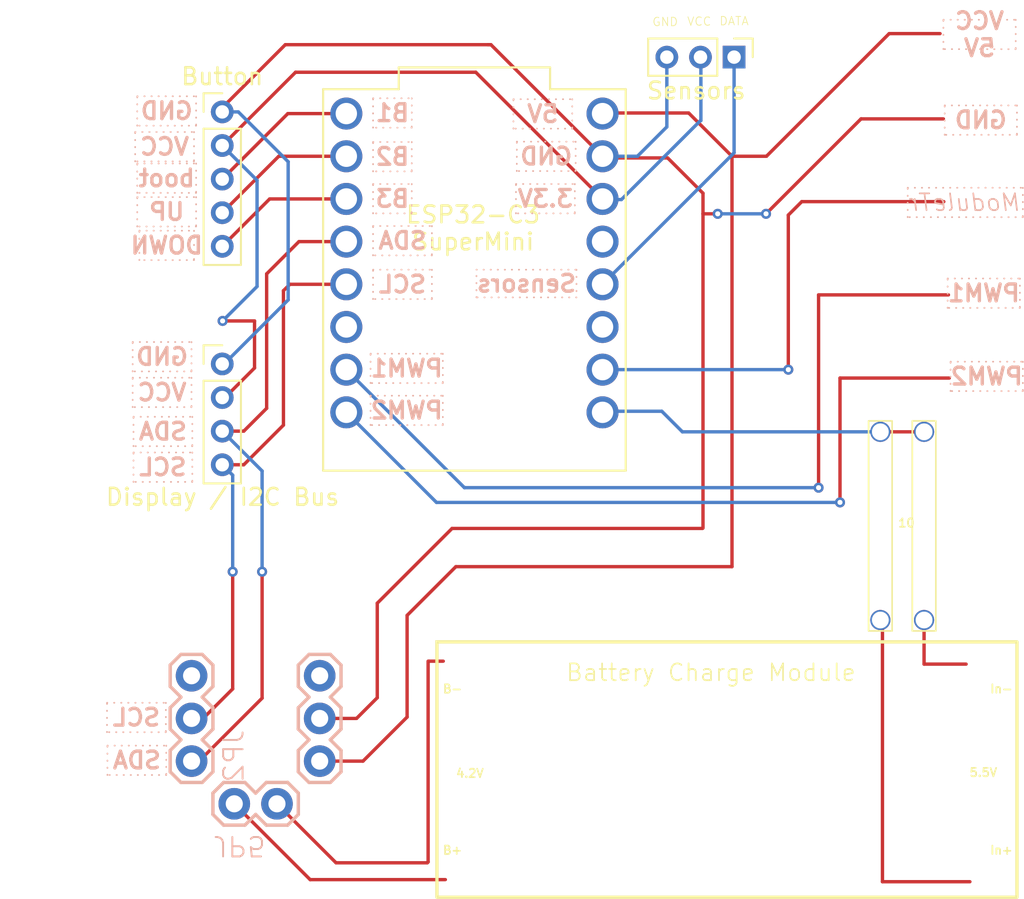
<source format=kicad_pcb>
(kicad_pcb (version 20241229) (generator "pcbnew") (generator_version "9.0")
  (layers (0 "F.Cu" signal) (2 "B.Cu" signal) (13 "F.Paste" user) (15 "B.Paste" user) (5 "F.SilkS" user "F.Silkscreen") (7 "B.SilkS" user "B.Silkscreen") (1 "F.Mask" user) (3 "B.Mask" user) (25 "Edge.Cuts" user))
  (net 0 "")
  (net 1 "QST")
  (net 2 "VCC")
  (net 3 "ALT")
  (net 4 "SDA")
  (net 5 "GND")
  (net 6 "SCL")
  (footprint "Connector_PinHeader_2.00mm:PinHeader_1x03_P2.00mm_Vertical" (layer "F.Cu") (at 37.525 3.9 -90)
    (property "Reference" "Sensors" (at 2 2.25 0) (layer "F.SilkS"))
    (property "Value" "PinHeader_1x03_P2.00mm_Vertical" (hide yes))
    (fp_line (start -1.11 5.11) (end 1.11 5.11) (stroke (width 0.12)) (layer "F.SilkS"))
    (fp_line (start -1.11 1) (end -1.11 5.11) (stroke (width 0.12)) (layer "F.SilkS"))
    (fp_line (start -1.11 1) (end 1.11 1) (stroke (width 0.12)) (layer "F.SilkS"))
    (fp_line (start 1.11 1) (end 1.11 5.11) (stroke (width 0.12)) (layer "F.SilkS"))
    (fp_line (start -1.11 0) (end -1.11 -1.11) (stroke (width 0.12)) (layer "F.SilkS"))
    (fp_line (start -1.11 -1.11) (end 0 -1.11) (stroke (width 0.12)) (layer "F.SilkS"))
    (pad "1" thru_hole rect (at 0 0 270) (size 1.35 1.35) (drill 0.8) (layers "*.Cu" "*.Mask"))
    (pad "2" thru_hole circle (at 0 2 270) (size 1.35 1.35) (drill 0.8) (layers "*.Cu" "*.Mask"))
    (pad "3" thru_hole circle (at 0 4 270) (size 1.35 1.35) (drill 0.8) (layers "*.Cu" "*.Mask"))
  )
  (footprint "Connector_PinHeader_2.00mm:PinHeader_1x05_P2.00mm_Vertical" (layer "F.Cu") (at 7.08 7.16)
    (property "Reference" "Button" (at 0 -2.11 0) (layer "F.SilkS"))
    (property "Value" "PinHeader_1x05_P2.00mm_Vertical")
    (fp_line (start -1.11 -1.11) (end 0 -1.11) (stroke (width 0.12)) (layer "F.SilkS"))
    (fp_line (start -1.11 0) (end -1.11 -1.11) (stroke (width 0.12)) (layer "F.SilkS"))
    (fp_line (start -1.11 1) (end -1.11 9.11) (stroke (width 0.12)) (layer "F.SilkS"))
    (fp_line (start -1.11 1) (end 1.11 1) (stroke (width 0.12)) (layer "F.SilkS"))
    (fp_line (start -1.11 9.11) (end 1.11 9.11) (stroke (width 0.12)) (layer "F.SilkS"))
    (fp_line (start 1.11 1) (end 1.11 9.11) (stroke (width 0.12)) (layer "F.SilkS"))
    (pad "1" thru_hole circle (at 0 0) (size 1.35 1.35) (drill 0.8) (layers "*.Cu" "*.Mask"))
    (pad "2" thru_hole circle (at 0 2) (size 1.35 1.35) (drill 0.8) (layers "*.Cu" "*.Mask"))
    (pad "3" thru_hole circle (at 0 4) (size 1.35 1.35) (drill 0.8) (layers "*.Cu" "*.Mask"))
    (pad "4" thru_hole circle (at 0 6) (size 1.35 1.35) (drill 0.8) (layers "*.Cu" "*.Mask"))
    (pad "5" thru_hole circle (at 0 8) (size 1.35 1.35) (drill 0.8) (layers "*.Cu" "*.Mask"))
  )
  (footprint "RF_Module:MODULE_ESP32-C3_SUPERMINI" (layer "F.Cu") (at 22.08 17.16)
    (property "Reference" "ESP32-C3\nSuperMini" (at -0.08 -3.08 0) (layer "F.SilkS"))
    (property "Value" "MODULE_ESP32-C3_SUPERMINI")
    (fp_line (start -9 11.35) (end -9 -11.35) (stroke (width 0.127)) (layer "F.SilkS"))
    (fp_line (start -4.5 -12.65) (end -4.5 -11.35) (stroke (width 0.127)) (layer "F.SilkS"))
    (fp_line (start -4.5 -11.35) (end -9 -11.35) (stroke (width 0.127)) (layer "F.SilkS"))
    (fp_line (start 4.5 -12.65) (end -4.5 -12.65) (stroke (width 0.127)) (layer "F.SilkS"))
    (fp_line (start 4.5 -12.65) (end 4.5 -11.35) (stroke (width 0.127)) (layer "F.SilkS"))
    (fp_line (start 9 -11.35) (end 4.5 -11.35) (stroke (width 0.127)) (layer "F.SilkS"))
    (fp_line (start 9 11.35) (end -9 11.35) (stroke (width 0.127)) (layer "F.SilkS"))
    (fp_line (start 9 11.35) (end 9 -11.35) (stroke (width 0.127)) (layer "F.SilkS"))
    (pad "0" thru_hole circle (at 7.62 7.88) (size 1.905 1.905) (drill 1.27) (layers "*.Cu" "*.Mask"))
    (pad "1" thru_hole circle (at 7.62 5.34) (size 1.905 1.905) (drill 1.27) (layers "*.Cu" "*.Mask"))
    (pad "2" thru_hole circle (at 7.62 2.8) (size 1.905 1.905) (drill 1.27) (layers "*.Cu" "*.Mask"))
    (pad "3" thru_hole circle (at 7.62 0.26) (size 1.905 1.905) (drill 1.27) (layers "*.Cu" "*.Mask"))
    (pad "3.3" thru_hole circle (at 7.62 -4.82) (size 1.905 1.905) (drill 1.27) (layers "*.Cu" "*.Mask"))
    (pad "4" thru_hole circle (at 7.62 -2.28) (size 1.905 1.905) (drill 1.27) (layers "*.Cu" "*.Mask"))
    (pad "5" thru_hole circle (at -7.62 -9.9) (size 1.905 1.905) (drill 1.27) (layers "*.Cu" "*.Mask"))
    (pad "5V" thru_hole circle (at 7.62 -9.9) (size 1.905 1.905) (drill 1.27) (layers "*.Cu" "*.Mask"))
    (pad "6" thru_hole circle (at -7.62 -7.36) (size 1.905 1.905) (drill 1.27) (layers "*.Cu" "*.Mask"))
    (pad "7" thru_hole circle (at -7.62 -4.82) (size 1.905 1.905) (drill 1.27) (layers "*.Cu" "*.Mask"))
    (pad "8" thru_hole circle (at -7.62 -2.28) (size 1.905 1.905) (drill 1.27) (layers "*.Cu" "*.Mask"))
    (pad "9" thru_hole circle (at -7.62 0.26) (size 1.905 1.905) (drill 1.27) (layers "*.Cu" "*.Mask"))
    (pad "10" thru_hole circle (at -7.62 2.8) (size 1.905 1.905) (drill 1.27) (layers "*.Cu" "*.Mask"))
    (pad "20" thru_hole circle (at -7.62 5.34) (size 1.905 1.905) (drill 1.27) (layers "*.Cu" "*.Mask"))
    (pad "21" thru_hole circle (at -7.62 7.88) (size 1.905 1.905) (drill 1.27) (layers "*.Cu" "*.Mask"))
    (pad "G" thru_hole circle (at 7.62 -7.36) (size 1.905 1.905) (drill 1.27) (layers "*.Cu" "*.Mask"))
  )
  (footprint "Connector_PinHeader_2.00mm:PinHeader_1x04_P2.00mm_Vertical" (layer "F.Cu") (at 7.08 22.16)
    (property "Reference" "Display / I2C Bus" (at 0.02 7.92 0) (layer "F.SilkS"))
    (property "Value" "PinHeader_1x04_P2.00mm_Vertical")
    (fp_line (start -1.11 -1.11) (end 0 -1.11) (stroke (width 0.12)) (layer "F.SilkS"))
    (fp_line (start -1.11 0) (end -1.11 -1.11) (stroke (width 0.12)) (layer "F.SilkS"))
    (fp_line (start -1.11 1) (end -1.11 7.11) (stroke (width 0.12)) (layer "F.SilkS"))
    (fp_line (start -1.11 1) (end 1.11 1) (stroke (width 0.12)) (layer "F.SilkS"))
    (fp_line (start -1.11 7.11) (end 1.11 7.11) (stroke (width 0.12)) (layer "F.SilkS"))
    (fp_line (start 1.11 1) (end 1.11 7.11) (stroke (width 0.12)) (layer "F.SilkS"))
    (pad "1" thru_hole circle (at 0 0) (size 1.35 1.35) (drill 0.8) (layers "*.Cu" "*.Mask"))
    (pad "2" thru_hole circle (at 0 2) (size 1.35 1.35) (drill 0.8) (layers "*.Cu" "*.Mask"))
    (pad "3" thru_hole circle (at 0 4) (size 1.35 1.35) (drill 0.8) (layers "*.Cu" "*.Mask"))
    (pad "4" thru_hole circle (at 0 6) (size 1.35 1.35) (drill 0.8) (layers "*.Cu" "*.Mask"))
  )
  (footprint "1X03" (layer "B.Cu") (at 5.255 45.797673 90)
    (property "Reference" "JP2" (at -1.3462 1.8288 90) (layer "B.SilkS") (effects (font (size 1.1557 1.1557) (thickness 0.1143)) (justify right top mirror)))
    (property "Value" "" (hide yes))
    (fp_line (start 5.715 -1.27) (end 4.445 -1.27) (stroke (width 0.2032)) (layer "B.SilkS"))
    (fp_line (start 4.445 -1.27) (end 3.81 -0.635) (stroke (width 0.2032)) (layer "B.SilkS"))
    (fp_line (start 3.175 -1.27) (end 1.905 -1.27) (stroke (width 0.2032)) (layer "B.SilkS"))
    (fp_line (start 1.905 -1.27) (end 1.27 -0.635) (stroke (width 0.2032)) (layer "B.SilkS"))
    (fp_line (start 0.635 -1.27) (end -0.635 -1.27) (stroke (width 0.2032)) (layer "B.SilkS"))
    (fp_line (start 6.35 -0.635) (end 5.715 -1.27) (stroke (width 0.2032)) (layer "B.SilkS"))
    (fp_line (start 3.81 -0.635) (end 3.175 -1.27) (stroke (width 0.2032)) (layer "B.SilkS"))
    (fp_line (start 1.27 -0.635) (end 0.635 -1.27) (stroke (width 0.2032)) (layer "B.SilkS"))
    (fp_line (start -1.27 -0.635) (end -0.635 -1.27) (stroke (width 0.2032)) (layer "B.SilkS"))
    (fp_line (start 6.35 0.635) (end 6.35 -0.635) (stroke (width 0.2032)) (layer "B.SilkS"))
    (fp_line (start 3.81 0.635) (end 4.445 1.27) (stroke (width 0.2032)) (layer "B.SilkS"))
    (fp_line (start 1.27 0.635) (end 1.905 1.27) (stroke (width 0.2032)) (layer "B.SilkS"))
    (fp_line (start -1.27 0.635) (end -1.27 -0.635) (stroke (width 0.2032)) (layer "B.SilkS"))
    (fp_line (start 5.715 1.27) (end 6.35 0.635) (stroke (width 0.2032)) (layer "B.SilkS"))
    (fp_line (start 4.445 1.27) (end 5.715 1.27) (stroke (width 0.2032)) (layer "B.SilkS"))
    (fp_line (start 3.175 1.27) (end 3.81 0.635) (stroke (width 0.2032)) (layer "B.SilkS"))
    (fp_line (start 1.905 1.27) (end 3.175 1.27) (stroke (width 0.2032)) (layer "B.SilkS"))
    (fp_line (start 0.635 1.27) (end 1.27 0.635) (stroke (width 0.2032)) (layer "B.SilkS"))
    (fp_line (start -0.635 1.27) (end -1.27 0.635) (stroke (width 0.2032)) (layer "B.SilkS"))
    (fp_line (start -0.635 1.27) (end 0.635 1.27) (stroke (width 0.2032)) (layer "B.SilkS"))
    (pad "1" thru_hole circle (at 0 0) (size 1.8796 1.8796) (drill 1.016) (layers "*.Cu" "*.Mask") (net 4 "SDA"))
    (pad "2" thru_hole circle (at 2.54 0) (size 1.8796 1.8796) (drill 1.016) (layers "*.Cu" "*.Mask") (net 6 "SCL"))
    (pad "3" thru_hole circle (at 5.08 0) (size 1.8796 1.8796) (drill 1.016) (layers "*.Cu" "*.Mask") (net 1 "QST"))
  )
  (footprint "1X03" (layer "B.Cu") (at 12.875 45.797673 90)
    (property "Reference" "JP4" (hide yes))
    (property "Value" "")
    (fp_line (start 5.715 -1.27) (end 4.445 -1.27) (stroke (width 0.2032)) (layer "B.SilkS"))
    (fp_line (start 4.445 -1.27) (end 3.81 -0.635) (stroke (width 0.2032)) (layer "B.SilkS"))
    (fp_line (start 3.175 -1.27) (end 1.905 -1.27) (stroke (width 0.2032)) (layer "B.SilkS"))
    (fp_line (start 1.905 -1.27) (end 1.27 -0.635) (stroke (width 0.2032)) (layer "B.SilkS"))
    (fp_line (start 0.635 -1.27) (end -0.635 -1.27) (stroke (width 0.2032)) (layer "B.SilkS"))
    (fp_line (start 6.35 -0.635) (end 5.715 -1.27) (stroke (width 0.2032)) (layer "B.SilkS"))
    (fp_line (start 3.81 -0.635) (end 3.175 -1.27) (stroke (width 0.2032)) (layer "B.SilkS"))
    (fp_line (start 1.27 -0.635) (end 0.635 -1.27) (stroke (width 0.2032)) (layer "B.SilkS"))
    (fp_line (start -1.27 -0.635) (end -0.635 -1.27) (stroke (width 0.2032)) (layer "B.SilkS"))
    (fp_line (start 6.35 0.635) (end 6.35 -0.635) (stroke (width 0.2032)) (layer "B.SilkS"))
    (fp_line (start 3.81 0.635) (end 4.445 1.27) (stroke (width 0.2032)) (layer "B.SilkS"))
    (fp_line (start 1.27 0.635) (end 1.905 1.27) (stroke (width 0.2032)) (layer "B.SilkS"))
    (fp_line (start -1.27 0.635) (end -1.27 -0.635) (stroke (width 0.2032)) (layer "B.SilkS"))
    (fp_line (start 5.715 1.27) (end 6.35 0.635) (stroke (width 0.2032)) (layer "B.SilkS"))
    (fp_line (start 4.445 1.27) (end 5.715 1.27) (stroke (width 0.2032)) (layer "B.SilkS"))
    (fp_line (start 3.175 1.27) (end 3.81 0.635) (stroke (width 0.2032)) (layer "B.SilkS"))
    (fp_line (start 1.905 1.27) (end 3.175 1.27) (stroke (width 0.2032)) (layer "B.SilkS"))
    (fp_line (start 0.635 1.27) (end 1.27 0.635) (stroke (width 0.2032)) (layer "B.SilkS"))
    (fp_line (start -0.635 1.27) (end -1.27 0.635) (stroke (width 0.2032)) (layer "B.SilkS"))
    (fp_line (start -0.635 1.27) (end 0.635 1.27) (stroke (width 0.2032)) (layer "B.SilkS"))
    (pad "1" thru_hole circle (at 0 0) (size 1.8796 1.8796) (drill 1.016) (layers "*.Cu" "*.Mask") (net 2 "VCC"))
    (pad "2" thru_hole circle (at 2.54 0) (size 1.8796 1.8796) (drill 1.016) (layers "*.Cu" "*.Mask") (net 5 "GND"))
    (pad "3" thru_hole circle (at 5.08 0) (size 1.8796 1.8796) (drill 1.016) (layers "*.Cu" "*.Mask") (net 3 "ALT"))
  )
  (footprint "1X02" (layer "B.Cu") (at 7.795 48.337673)
    (property "Reference" "JP5" (at -1.3462 1.8288 180) (layer "B.SilkS") (effects (font (size 1.1557 1.1557) (thickness 0.1143)) (justify left bottom mirror)))
    (property "Value" "")
    (fp_line (start -1.27 -0.635) (end -0.635 -1.27) (stroke (width 0.2032)) (layer "B.SilkS"))
    (fp_line (start -1.27 0.635) (end -1.27 -0.635) (stroke (width 0.2032)) (layer "B.SilkS"))
    (fp_line (start -0.635 1.27) (end -1.27 0.635) (stroke (width 0.2032)) (layer "B.SilkS"))
    (fp_line (start -0.635 1.27) (end 0.635 1.27) (stroke (width 0.2032)) (layer "B.SilkS"))
    (fp_line (start 0.635 -1.27) (end -0.635 -1.27) (stroke (width 0.2032)) (layer "B.SilkS"))
    (fp_line (start 0.635 1.27) (end 1.27 0.635) (stroke (width 0.2032)) (layer "B.SilkS"))
    (fp_line (start 1.27 -0.635) (end 0.635 -1.27) (stroke (width 0.2032)) (layer "B.SilkS"))
    (fp_line (start 1.27 0.635) (end 1.905 1.27) (stroke (width 0.2032)) (layer "B.SilkS"))
    (fp_line (start 1.905 -1.27) (end 1.27 -0.635) (stroke (width 0.2032)) (layer "B.SilkS"))
    (fp_line (start 1.905 1.27) (end 3.175 1.27) (stroke (width 0.2032)) (layer "B.SilkS"))
    (fp_line (start 3.175 -1.27) (end 1.905 -1.27) (stroke (width 0.2032)) (layer "B.SilkS"))
    (fp_line (start 3.175 1.27) (end 3.81 0.635) (stroke (width 0.2032)) (layer "B.SilkS"))
    (fp_line (start 3.81 -0.635) (end 3.175 -1.27) (stroke (width 0.2032)) (layer "B.SilkS"))
    (fp_line (start 3.81 0.635) (end 3.81 -0.635) (stroke (width 0.2032)) (layer "B.SilkS"))
    (pad "1" thru_hole circle (at 0 0 270) (size 1.8796 1.8796) (drill 1.016) (layers "*.Cu" "*.Mask") (net 2 "VCC"))
    (pad "2" thru_hole circle (at 2.54 0 270) (size 1.8796 1.8796) (drill 1.016) (layers "*.Cu" "*.Mask") (net 5 "GND"))
  )
  (gr_rect (start 19.85 38.7) (end 54.35 53.9) (stroke (width 0.2)) (fill no) (layer "F.SilkS"))
  (gr_rect (start 45.525 25.55) (end 46.925 38.05) (stroke (width 0.1)) (fill no) (layer "F.SilkS"))
  (gr_rect (start 48.125 25.55) (end 49.525 38.05) (stroke (width 0.1)) (fill no) (layer "F.SilkS"))
  (gr_text "10" (at 47.775 31.625 0) (layer "F.SilkS") (effects (font (size 0.5 0.5) (thickness 0.1))))
  (gr_text "VCC" (at 35.45 1.775 0) (layer "F.SilkS") (effects (font (size 0.5 0.5) (thickness 0.05))))
  (gr_text "DATA" (at 37.525 1.75 0) (layer "F.SilkS") (effects (font (size 0.5 0.5) (thickness 0.05))))
  (gr_text "GND" (at 33.425 1.8 0) (layer "F.SilkS") (effects (font (size 0.5 0.5) (thickness 0.05))))
  (gr_text "Battery Charge Module" (at 36.15 40.525 0) (layer "F.SilkS") (effects (font (size 1 1) (thickness 0.1))))
  (gr_text_box "B-" (start 19.95 41.05) (end 21.6 41.95) (margins 1.0025 1.0025 1.0025 1.0025) (layer "F.SilkS") (effects (font (size 0.5 0.5) (thickness 0.1) (bold yes))) (border yes))
  (gr_text_box "In+" (start 52.6 50.65) (end 54.25 51.55) (margins 1.0025 1.0025 1.0025 1.0025) (layer "F.SilkS") (effects (font (size 0.5 0.5) (thickness 0.1) (bold yes))) (border yes))
  (gr_text_box "4.2V" (start 20 45.05) (end 23.625 48) (margins 1.0025 1.0025 1.0025 1.0025) (layer "F.SilkS") (effects (font (size 0.5 0.5) (thickness 0.1) (bold yes))) (border yes))
  (gr_text_box "5.5V" (start 50.5375 45) (end 54.1625 47.95) (margins 1.0025 1.0025 1.0025 1.0025) (layer "F.SilkS") (effects (font (size 0.5 0.5) (thickness 0.1) (bold yes))) (border yes))
  (gr_text_box "B+" (start 19.95 50.65) (end 21.6 51.55) (margins 1.0025 1.0025 1.0025 1.0025) (layer "F.SilkS") (effects (font (size 0.5 0.5) (thickness 0.1) (bold yes))) (border yes))
  (gr_text_box "In-" (start 52.6 41.05) (end 54.25 41.95) (margins 1.0025 1.0025 1.0025 1.0025) (layer "F.SilkS") (effects (font (size 0.5 0.5) (thickness 0.1) (bold yes))) (border yes))
  (gr_text_box "GND\n" (start 2.025 6.23) (end 5.525 7.98) (margins 1.0025 1.0025 1.0025 1.0025) (layer "B.SilkS") (effects (font (size 1 1) (thickness 0.2) (bold yes)) (justify mirror)) (border yes) (stroke (width 0.1) (type dot)))
  (gr_text_box "boot" (start 2.025 10.23) (end 5.525 11.98) (margins 1.0025 1.0025 1.0025 1.0025) (layer "B.SilkS") (effects (font (size 1 1) (thickness 0.2) (bold yes)) (justify mirror)) (border yes) (stroke (width 0.1) (type dot)))
  (gr_text_box "VCC" (start 1.75 22.98) (end 5.25 24.73) (margins 1.0025 1.0025 1.0025 1.0025) (layer "B.SilkS") (effects (font (size 1 1) (thickness 0.2) (bold yes)) (justify mirror)) (border yes) (stroke (width 0.1) (type dot)))
  (gr_text_box "Sensors" (start 22.2 16.55) (end 28.15 18.2) (margins 1.0025 1.0025 1.0025 1.0025) (layer "B.SilkS") (effects (font (size 1 1) (thickness 0.2) (bold yes)) (justify mirror)) (border yes) (stroke (width 0.1) (type dot)))
  (gr_text_box "SDA\n" (start 0.25 44.875) (end 3.75 46.625) (margins 1.0025 1.0025 1.0025 1.0025) (layer "B.SilkS") (effects (font (size 1 1) (thickness 0.2) (bold yes)) (justify mirror)) (border yes) (stroke (width 0.1) (type dot)))
  (gr_text_box "SCL" (start 1.8 27.43) (end 5.3 29.18) (margins 1.0025 1.0025 1.0025 1.0025) (layer "B.SilkS") (effects (font (size 1 1) (thickness 0.2) (bold yes)) (justify mirror)) (border yes) (stroke (width 0.1) (type dot)))
  (gr_text_box "UP" (start 2.025 12.23) (end 5.525 13.98) (margins 1.0025 1.0025 1.0025 1.0025) (layer "B.SilkS") (effects (font (size 1 1) (thickness 0.2) (bold yes)) (justify mirror)) (border yes) (stroke (width 0.1) (type dot)))
  (gr_text_box "VCC 5V\n" (start 49.975 1.675) (end 54.275 3.425) (margins 1.0025 1.0025 1.0025 1.0025) (layer "B.SilkS") (effects (font (size 1 1) (thickness 0.2) (bold yes)) (justify mirror)) (border yes) (stroke (width 0.1) (type dot)))
  (gr_text_box "SDA" (start 16.05 13.95) (end 19.55 15.7) (margins 1.0025 1.0025 1.0025 1.0025) (layer "B.SilkS") (effects (font (size 1 1) (thickness 0.2) (bold yes)) (justify mirror)) (border yes) (stroke (width 0.1) (type dot)))
  (gr_text_box "5V" (start 24.4 6.405) (end 27.9 8.155) (margins 1.0025 1.0025 1.0025 1.0025) (layer "B.SilkS") (effects (font (size 1 1) (thickness 0.2) (bold yes)) (justify mirror)) (border yes) (stroke (width 0.1) (type dot)))
  (gr_text_box "PWM1\n" (start 15.9 21.55) (end 20.2 23.3) (margins 1.0025 1.0025 1.0025 1.0025) (layer "B.SilkS") (effects (font (size 1 1) (thickness 0.2) (bold yes)) (justify mirror)) (border yes) (stroke (width 0.1) (type dot)))
  (gr_text_box "PWM2\n" (start 50.4 22.025) (end 54.7 23.775) (margins 1.0025 1.0025 1.0025 1.0025) (layer "B.SilkS") (effects (font (size 1 1) (thickness 0.2) (bold yes)) (justify mirror)) (border yes) (stroke (width 0.1) (type dot)))
  (gr_text_box "PWM1\n" (start 50.225 17.075) (end 54.525 18.825) (margins 1.0025 1.0025 1.0025 1.0025) (layer "B.SilkS") (effects (font (size 1 1) (thickness 0.2) (bold yes)) (justify mirror)) (border yes) (stroke (width 0.1) (type dot)))
  (gr_text_box "DOWN\n" (start 2.15 14.23) (end 5.4 15.98) (margins 1.0025 1.0025 1.0025 1.0025) (layer "B.SilkS") (effects (font (size 1 1) (thickness 0.2) (bold yes)) (justify mirror)) (border yes) (stroke (width 0.1) (type dot)))
  (gr_text_box "SDA\n" (start 1.8 25.305) (end 5.3 27.055) (margins 1.0025 1.0025 1.0025 1.0025) (layer "B.SilkS") (effects (font (size 1 1) (thickness 0.2) (bold yes)) (justify mirror)) (border yes) (stroke (width 0.1) (type dot)))
  (gr_text_box "PWM2\n" (start 15.9 24.05) (end 20.2 25.8) (margins 1.0025 1.0025 1.0025 1.0025) (layer "B.SilkS") (effects (font (size 1 1) (thickness 0.2) (bold yes)) (justify mirror)) (border yes) (stroke (width 0.1) (type dot)))
  (gr_text_box "SCL" (start 16.05 16.55) (end 19.55 18.3) (margins 1.0025 1.0025 1.0025 1.0025) (layer "B.SilkS") (effects (font (size 1 1) (thickness 0.2) (bold yes)) (justify mirror)) (border yes) (stroke (width 0.1) (type dot)))
  (gr_text_box "ModuleTr" (start 47.85 11.675) (end 54.7 13.425) (margins 1.0025 1.0025 1.0025 1.0025) (layer "B.SilkS") (effects (font (size 1 1) (thickness 0.1) (italic yes)) (justify mirror)) (border yes) (stroke (width 0.1) (type dot)))
  (gr_text_box "B1\n" (start 16.05 6.35) (end 18.35 8.1) (margins 1.0025 1.0025 1.0025 1.0025) (layer "B.SilkS") (effects (font (size 1 1) (thickness 0.2) (bold yes)) (justify mirror)) (border yes) (stroke (width 0.1) (type dot)))
  (gr_text_box "GND\n" (start 24.6 8.93) (end 28.1 10.68) (margins 1.0025 1.0025 1.0025 1.0025) (layer "B.SilkS") (effects (font (size 1 1) (thickness 0.2) (bold yes)) (justify mirror)) (border yes) (stroke (width 0.1) (type dot)))
  (gr_text_box "3.3V" (start 24.55 11.45) (end 28.05 13.2) (margins 1.0025 1.0025 1.0025 1.0025) (layer "B.SilkS") (effects (font (size 1 1) (thickness 0.2) (bold yes)) (justify mirror)) (border yes) (stroke (width 0.1) (type dot)))
  (gr_text_box "SCL" (start 0.225 42.325) (end 3.725 44.075) (margins 1.0025 1.0025 1.0025 1.0025) (layer "B.SilkS") (effects (font (size 1 1) (thickness 0.2) (bold yes)) (justify mirror)) (border yes) (stroke (width 0.1) (type dot)))
  (gr_text_box "GND" (start 50.05 6.775) (end 54.35 8.525) (margins 1.0025 1.0025 1.0025 1.0025) (layer "B.SilkS") (effects (font (size 1 1) (thickness 0.2) (bold yes)) (justify mirror)) (border yes) (stroke (width 0.1) (type dot)))
  (gr_text_box "GND\n" (start 1.75 20.855) (end 5.25 22.605) (margins 1.0025 1.0025 1.0025 1.0025) (layer "B.SilkS") (effects (font (size 1 1) (thickness 0.2) (bold yes)) (justify mirror)) (border yes) (stroke (width 0.1) (type dot)))
  (gr_text_box "B2\n" (start 16.05 8.95) (end 18.35 10.7) (margins 1.0025 1.0025 1.0025 1.0025) (layer "B.SilkS") (effects (font (size 1 1) (thickness 0.2) (bold yes)) (justify mirror)) (border yes) (stroke (width 0.1) (type dot)))
  (gr_text_box "B3\n" (start 16.05 11.45) (end 18.35 13.2) (margins 1.0025 1.0025 1.0025 1.0025) (layer "B.SilkS") (effects (font (size 1 1) (thickness 0.2) (bold yes)) (justify mirror)) (border yes) (stroke (width 0.1) (type dot)))
  (gr_text_box "VCC" (start 1.9 8.355) (end 5.4 10.105) (margins 1.0025 1.0025 1.0025 1.0025) (layer "B.SilkS") (effects (font (size 1 1) (thickness 0.2) (bold yes)) (justify mirror)) (border yes) (stroke (width 0.1) (type dot)))
  (segment (start 42.55 18.05) (end 50.275 18.05) (width 0.2) (layers "F.Cu" "F.Mask") (net 0))
  (segment (start 46.35 37.525) (end 46.35 52.975) (width 0.2) (layers "F.Cu" "F.Mask") (net 0))
  (segment (start 29.765 24.975) (end 29.7 25.04) (width 0.2) (layer "F.Cu") (net 0))
  (segment (start 42.55 29.525) (end 42.55 18.05) (width 0.2) (layers "F.Cu" "F.Mask") (net 0))
  (segment (start 43.825 30.4) (end 43.825 23) (width 0.2) (layers "F.Cu" "F.Mask") (net 0))
  (segment (start 48.825 40.025) (end 51.325 40.025) (width 0.2) (layers "F.Cu" "F.Mask") (net 0))
  (segment (start 43.825 23) (end 50.325 23) (width 0.2) (layers "F.Cu" "F.Mask") (net 0))
  (segment (start 40.75 13.3) (end 41.55 12.5) (width 0.2) (layers "F.Cu" "F.Mask") (net 0))
  (segment (start 29.88 22.68) (end 29.7 22.5) (width 0.2) (layer "F.Cu") (net 0))
  (segment (start 46.225 37.4) (end 46.35 37.525) (width 0.2) (layers "F.Cu" "F.Mask") (net 0))
  (segment (start 41.55 12.5) (end 50 12.5) (width 0.2) (layers "F.Cu" "F.Mask") (net 0))
  (segment (start 46.225 26.2) (end 48.825 26.2) (width 0.2) (layers "F.Cu" "F.Mask") (net 0))
  (segment (start 48.825 37.4) (end 48.825 40.025) (width 0.2) (layers "F.Cu" "F.Mask") (net 0))
  (segment (start 46.35 52.975) (end 51.55 52.975) (width 0.2) (layers "F.Cu" "F.Mask") (net 0))
  (segment (start 40.75 22.5) (end 40.75 13.3) (width 0.2) (layers "F.Cu" "F.Mask") (net 0))
  (via (at 48.825 26.2) (size 1.2) (drill 1) (layers "F.Cu" "B.Cu") (net 0))
  (via (at 48.825 37.4) (size 1.2) (drill 1) (layers "F.Cu" "B.Cu") (net 0))
  (via (at 46.225 37.4) (size 1.2) (drill 1) (layers "F.Cu" "B.Cu") (net 0))
  (via (at 40.75 22.5) (size 0.6) (drill 0.3) (layers "F.Cu" "B.Cu") (net 0))
  (via (at 46.225 26.2) (size 1.2) (drill 1) (layers "F.Cu" "B.Cu") (net 0))
  (via (at 42.55 29.525) (size 0.6) (drill 0.3) (layers "F.Cu" "B.Cu") (net 0))
  (via (at 43.825 30.4) (size 0.6) (drill 0.3) (layers "F.Cu" "B.Cu") (net 0))
  (segment (start 37.525 3.9) (end 37.525 9.595) (width 0.2) (layers "B.Cu" "B.Mask") (net 0))
  (segment (start 34.45 26.2) (end 33.225 24.975) (width 0.2) (layers "B.Cu" "B.Mask") (net 0))
  (segment (start 37.525 9.595) (end 29.7 17.42) (width 0.2) (layers "B.Cu" "B.Mask") (net 0))
  (segment (start 19.82 30.4) (end 43.825 30.4) (width 0.2) (layers "B.Cu" "B.Mask") (net 0))
  (segment (start 14.47 22.495) (end 14.47 22.51) (width 0.2) (layers "B.Cu" "B.Mask") (net 0))
  (segment (start 33.225 24.975) (end 29.765 24.975) (width 0.2) (layers "B.Cu" "B.Mask") (net 0))
  (segment (start 46.225 26.2) (end 34.45 26.2) (width 0.2) (layers "B.Cu" "B.Mask") (net 0))
  (segment (start 40.75 22.5) (end 29.7 22.5) (width 0.2) (layers "B.Cu" "B.Mask") (net 0))
  (segment (start 21.485 29.525) (end 21.5 29.525) (width 0.2) (layers "B.Cu" "B.Mask") (net 0))
  (segment (start 14.46 25.04) (end 19.82 30.4) (width 0.2) (layers "B.Cu" "B.Mask") (net 0))
  (segment (start 21.5 29.525) (end 42.55 29.525) (width 0.2) (layers "B.Cu" "B.Mask") (net 0))
  (segment (start 14.47 22.51) (end 21.485 29.525) (width 0.2) (layers "B.Cu" "B.Mask") (net 0))
  (segment (start 12.307327 52.85) (end 7.795 48.337673) (width 0.2) (layers "F.Cu" "F.Mask") (net 2))
  (segment (start 18.075 37.125) (end 20.975 34.225) (width 0.2) (layers "F.Cu" "F.Mask") (net 2))
  (segment (start 46.75 2.5) (end 49.775 2.5) (width 0.2) (layers "F.Cu" "F.Mask") (net 2))
  (segment (start 20.975 34.225) (end 37.4 34.225) (width 0.2) (layers "F.Cu" "F.Mask") (net 2))
  (segment (start 34.825 7.225) (end 30.385 7.225) (width 0.2) (layers "F.Cu" "F.Mask") (net 2))
  (segment (start 37.4 9.8) (end 34.825 7.225) (width 0.2) (layers "F.Cu" "F.Mask") (net 2))
  (segment (start 20.35 52.85) (end 12.307327 52.85) (width 0.2) (layers "F.Cu" "F.Mask") (net 2))
  (segment (start 18.075 43.175) (end 18.075 37.125) (width 0.2) (layers "F.Cu" "F.Mask") (net 2))
  (segment (start 30.32 7.16) (end 30.2 7.28) (width 0.2) (layers "F.Cu" "F.Mask") (net 2))
  (segment (start 37.4 34.225) (end 37.4 9.8) (width 0.2) (layers "F.Cu" "F.Mask") (net 2))
  (segment (start 39.45 9.8) (end 46.75 2.5) (width 0.2) (layers "F.Cu" "F.Mask") (net 2))
  (segment (start 15.452327 45.797673) (end 18.075 43.175) (width 0.2) (layers "F.Cu" "F.Mask") (net 2))
  (segment (start 30.385 7.225) (end 30.32 7.16) (width 0.4) (layer "F.Cu") (net 2))
  (segment (start 12.875 45.797673) (end 15.452327 45.797673) (width 0.2) (layers "F.Cu" "F.Mask") (net 2))
  (segment (start 37.4 9.8) (end 39.45 9.8) (width 0.2) (layers "F.Cu" "F.Mask") (net 2))
  (segment (start 5.702327 45.797673) (end 9.45 42.05) (width 0.2) (layers "F.Cu" "F.Mask") (net 4))
  (segment (start 7.08 26.16) (end 8.36 26.16) (width 0.2) (layers "F.Cu" "F.Mask") (net 4))
  (segment (start 8.36 26.16) (end 9.72 24.8) (width 0.2) (layers "F.Cu" "F.Mask") (net 4))
  (segment (start 5.255 45.797673) (end 5.702327 45.797673) (width 0.2) (layer "F.Cu") (net 4))
  (segment (start 9.72 24.8) (end 9.72 16.8) (width 0.2) (layers "F.Cu" "F.Mask") (net 4))
  (segment (start 11.64 14.88) (end 14.46 14.88) (width 0.2) (layers "F.Cu" "F.Mask") (net 4))
  (segment (start 9.72 16.8) (end 11.64 14.88) (width 0.2) (layers "F.Cu" "F.Mask") (net 4))
  (segment (start 9.45 42.05) (end 9.45 34.525) (width 0.2) (layers "F.Cu" "F.Mask") (net 4))
  (via (at 9.45 34.525) (size 0.6) (drill 0.3) (layers "F.Cu" "B.Cu") (net 4))
  (segment (start 9.45 28.53) (end 7.08 26.16) (width 0.2) (layers "B.Cu" "B.Mask") (net 4))
  (segment (start 9.45 34.525) (end 9.45 28.53) (width 0.2) (layers "B.Cu" "B.Mask") (net 4))
  (segment (start 15.067327 43.257673) (end 16.3 42.025) (width 0.2) (layers "F.Cu" "F.Mask") (net 5))
  (segment (start 35.675 31.925) (end 35.675 13.225) (width 0.2) (layers "F.Cu" "F.Mask") (net 5))
  (segment (start 20.75 31.95) (end 35.65 31.95) (width 0.2) (layers "F.Cu" "F.Mask") (net 5))
  (segment (start 16.3 42.025) (end 16.3 36.4) (width 0.2) (layers "F.Cu" "F.Mask") (net 5))
  (segment (start 39.425 13.225) (end 45.075 7.575) (width 0.2) (layers "F.Cu" "F.Mask") (net 5))
  (segment (start 16.3 36.4) (end 20.75 31.95) (width 0.2) (layers "F.Cu" "F.Mask") (net 5))
  (segment (start 19.325 51.8) (end 19.275 51.85) (width 0.2) (layer "F.Cu") (net 5))
  (segment (start 7.08 11.16) (end 10.98 7.26) (width 0.2) (layers "F.Cu" "F.Mask") (net 5))
  (segment (start 6.76 6.9) (end 7.08 6.9) (width 0.2) (layer "F.Cu") (net 5))
  (segment (start 10.98 7.26) (end 14.46 7.26) (width 0.2) (layers "F.Cu" "F.Mask") (net 5))
  (segment (start 33.575 9.9) (end 30.1 9.9) (width 0.2) (layers "F.Cu" "F.Mask") (net 5))
  (segment (start 36.55 13.225) (end 35.675 13.225) (width 0.2) (layers "F.Cu" "F.Mask") (net 5))
  (segment (start 20.225 39.85) (end 19.375 39.85) (width 0.2) (layers "F.Cu" "F.Mask") (net 5))
  (segment (start 6.5 7.16) (end 6.76 6.9) (width 0.2) (layer "F.Cu") (net 5))
  (segment (start 35.675 12) (end 33.575 9.9) (width 0.2) (layers "F.Cu" "F.Mask") (net 5))
  (segment (start 29.7 12.34) (end 22.16 4.8) (width 0.2) (layers "F.Cu" "F.Mask") (net 5))
  (segment (start 10.44 9.8) (end 14.46 9.8) (width 0.2) (layers "F.Cu" "F.Mask") (net 5))
  (segment (start 23.06 3.16) (end 22.875 3.16) (width 0.2) (layer "F.Cu") (net 5))
  (segment (start 33.575 3.95) (end 33.525 3.9) (width 0.2) (layer "F.Cu") (net 5))
  (segment (start 7.08 9.16) (end 7.36 9.16) (width 0.2) (layer "F.Cu") (net 5))
  (segment (start 7.1 19.6) (end 9 19.6) (width 0.2) (layers "F.Cu" "F.Mask") (net 5))
  (segment (start 45.075 7.575) (end 49.975 7.575) (width 0.2) (layers "F.Cu" "F.Mask") (net 5))
  (segment (start 22.16 4.8) (end 11.44 4.8) (width 0.2) (layers "F.Cu" "F.Mask") (net 5))
  (segment (start 9 19.6) (end 9 22.4) (width 0.2) (layers "F.Cu" "F.Mask") (net 5))
  (segment (start 9.9 12.34) (end 14.46 12.34) (width 0.2) (layers "F.Cu" "F.Mask") (net 5))
  (segment (start 10.83 3.16) (end 23.06 3.16) (width 0.2) (layers "F.Cu" "F.Mask") (net 5))
  (segment (start 19.275 51.85) (end 13.847327 51.85) (width 0.2) (layers "F.Cu" "F.Mask") (net 5))
  (segment (start 12.875 43.257673) (end 15.067327 43.257673) (width 0.2) (layers "F.Cu" "F.Mask") (net 5))
  (segment (start 7.08 15.16) (end 9.9 12.34) (width 0.2) (layers "F.Cu" "F.Mask") (net 5))
  (segment (start 7.08 13.16) (end 10.44 9.8) (width 0.2) (layers "F.Cu" "F.Mask") (net 5))
  (segment (start 12.875 43.257673) (end 12.140346 43.257673) (width 0.2) (layer "F.Cu") (net 5))
  (segment (start 19.375 39.85) (end 19.35 39.875) (width 0.2) (layer "F.Cu") (net 5))
  (segment (start 19.325 39.85) (end 19.325 51.8) (width 0.2) (layers "F.Cu" "F.Mask") (net 5))
  (segment (start 11.44 4.8) (end 7.08 9.16) (width 0.2) (layers "F.Cu" "F.Mask") (net 5))
  (segment (start 9 22.4) (end 7.2 24.2) (width 0.2) (layers "F.Cu" "F.Mask") (net 5))
  (segment (start 35.675 13.225) (end 35.675 12) (width 0.2) (layers "F.Cu" "F.Mask") (net 5))
  (segment (start 7.08 6.9) (end 7.3 6.68) (width 0.2) (layer "F.Cu") (net 5))
  (segment (start 13.847327 51.85) (end 10.335 48.337673) (width 0.2) (layers "F.Cu" "F.Mask") (net 5))
  (segment (start 7.31 6.68) (end 10.83 3.16) (width 0.2) (layers "F.Cu" "F.Mask") (net 5))
  (segment (start 29.7 9.8) (end 23.06 3.16) (width 0.2) (layers "F.Cu" "F.Mask") (net 5))
  (segment (start 7.3 6.68) (end 7.31 6.68) (width 0.2) (layers "F.Cu" "F.Mask") (net 5))
  (via (at 39.425 13.225) (size 0.6) (drill 0.3) (layers "F.Cu" "B.Cu") (net 5))
  (via (at 36.55 13.225) (size 0.6) (drill 0.3) (layers "F.Cu" "B.Cu") (net 5))
  (via (at 7.1 19.6) (size 0.6) (drill 0.3) (layers "F.Cu" "B.Cu") (net 5))
  (segment (start 11 10.125) (end 8.035 7.16) (width 0.2) (layers "B.Cu" "B.Mask") (net 5))
  (segment (start 35.55 7.675) (end 35.525 7.675) (width 0.2) (layer "B.Cu") (net 5))
  (segment (start 9.15 11.23) (end 9.15 17.55) (width 0.2) (layers "B.Cu" "B.Mask") (net 5))
  (segment (start 9.15 17.55) (end 7.1 19.6) (width 0.2) (layers "B.Cu" "B.Mask") (net 5))
  (segment (start 7.175 22.175) (end 11 18.35) (width 0.2) (layers "B.Cu" "B.Mask") (net 5))
  (segment (start 8.035 7.16) (end 7.08 7.16) (width 0.2) (layers "B.Cu" "B.Mask") (net 5))
  (segment (start 30.825 12.375) (end 29.5 12.375) (width 0.2) (layer "B.Cu") (net 5))
  (segment (start 31.775 9.8) (end 33.525 8.05) (width 0.2) (layers "B.Cu" "B.Mask") (net 5))
  (segment (start 33.525 8.05) (end 33.525 4) (width 0.2) (layers "B.Cu" "B.Mask") (net 5))
  (segment (start 29.575 12.45) (end 29.675 12.45) (width 0.2) (layer "B.Cu") (net 5))
  (segment (start 7.08 9.16) (end 9.15 11.23) (width 0.2) (layers "B.Cu" "B.Mask") (net 5))
  (segment (start 29.7 9.8) (end 31.775 9.8) (width 0.2) (layers "B.Cu" "B.Mask") (net 5))
  (segment (start 33.525 4) (end 33.575 3.95) (width 0.2) (layers "B.Cu" "B.Mask") (net 5))
  (segment (start 35.525 7.675) (end 30.825 12.375) (width 0.2) (layers "B.Cu" "B.Mask") (net 5))
  (segment (start 36.55 13.225) (end 39.425 13.225) (width 0.2) (layers "B.Cu" "B.Mask") (net 5))
  (segment (start 35.55 7.675) (end 35.55 4.125) (width 0.2) (layers "B.Cu" "B.Mask") (net 5))
  (segment (start 29.5 12.375) (end 29.575 12.45) (width 0.2) (layer "B.Cu") (net 5))
  (segment (start 35.55 4.125) (end 35.5 4.075) (width 0.2) (layers "B.Cu" "B.Mask") (net 5))
  (segment (start 12.250346 43.257673) (end 12.875 43.257673) (width 0.4) (layer "B.Cu") (net 5))
  (segment (start 11 18.35) (end 11 10.125) (width 0.2) (layers "B.Cu" "B.Mask") (net 5))
  (segment (start 5.255 43.257673) (end 5.942327 43.257673) (width 0.2) (layer "F.Cu") (net 6))
  (segment (start 11.1 17.42) (end 14.46 17.42) (width 0.2) (layers "F.Cu" "F.Mask") (net 6))
  (segment (start 10.72 17.8) (end 11.1 17.42) (width 0.2) (layers "F.Cu" "F.Mask") (net 6))
  (segment (start 10.72 25.8) (end 10.72 17.8) (width 0.2) (layers "F.Cu" "F.Mask") (net 6))
  (segment (start 7.08 28.16) (end 8.36 28.16) (width 0.2) (layers "F.Cu" "F.Mask") (net 6))
  (segment (start 7.7 41.5) (end 7.7 34.525) (width 0.2) (layers "F.Cu" "F.Mask") (net 6))
  (segment (start 5.942327 43.257673) (end 7.7 41.5) (width 0.2) (layers "F.Cu" "F.Mask") (net 6))
  (segment (start 8.36 28.16) (end 10.72 25.8) (width 0.2) (layers "F.Cu" "F.Mask") (net 6))
  (via (at 7.7 34.525) (size 0.6) (drill 0.3) (layers "F.Cu" "B.Cu") (net 6))
  (segment (start 7.7 34.525) (end 7.7 28.78) (width 0.2) (layers "B.Cu" "B.Mask") (net 6))
  (segment (start 7.7 28.78) (end 7.08 28.16) (width 0.2) (layers "B.Cu" "B.Mask") (net 6))
)
</source>
